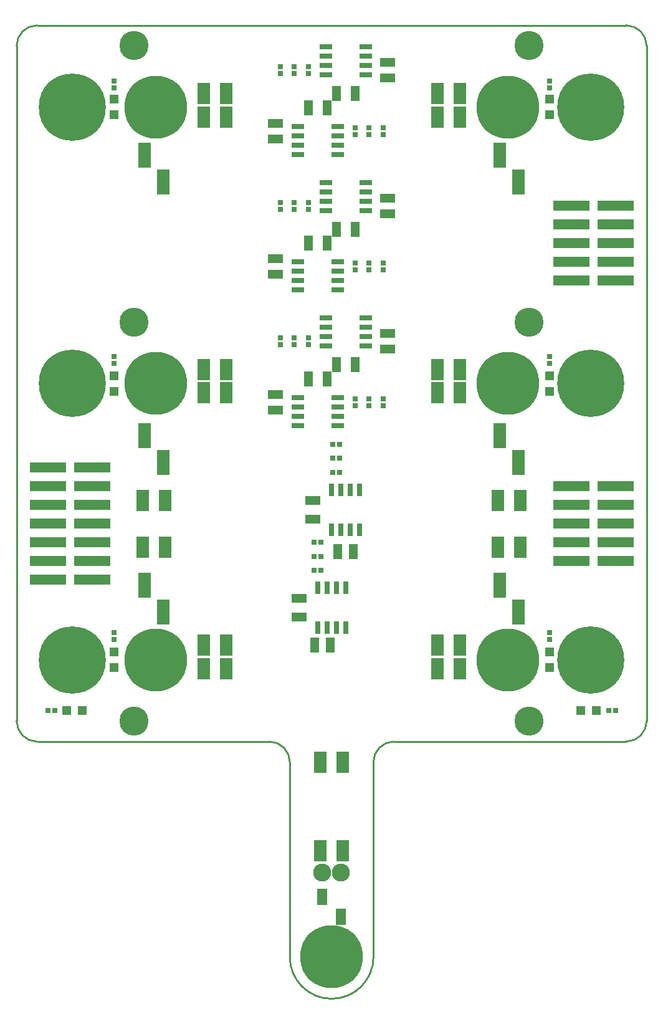
<source format=gts>
G04 #@! TF.FileFunction,Soldermask,Top*
%FSLAX46Y46*%
G04 Gerber Fmt 4.6, Leading zero omitted, Abs format (unit mm)*
G04 Created by KiCad (PCBNEW 0.201508110901+6083~28~ubuntu14.04.1-product) date Wed 12 Aug 2015 09:29:52 AM EDT*
%MOMM*%
G01*
G04 APERTURE LIST*
%ADD10C,0.100000*%
%ADD11C,0.228600*%
%ADD12R,4.895800X1.416000*%
%ADD13R,1.670000X2.940000*%
%ADD14C,9.112200*%
%ADD15C,8.528000*%
%ADD16C,3.956000*%
%ADD17C,2.438400*%
%ADD18R,0.721360X0.721360*%
%ADD19R,1.187400X2.000200*%
%ADD20R,2.000200X1.187400*%
%ADD21R,1.295400X1.295400*%
%ADD22R,0.751840X1.701800*%
%ADD23R,1.701800X0.751840*%
%ADD24R,1.670000X3.371800*%
%ADD25R,1.371600X2.194560*%
G04 APERTURE END LIST*
D10*
D11*
X87914480Y-151958040D02*
G75*
G03X99283520Y-151958040I5684520J0D01*
G01*
X99283520Y-125483620D02*
X99283520Y-151958040D01*
X87917020Y-125483620D02*
X87917020Y-151958040D01*
X102064820Y-122702320D02*
G75*
G03X99283520Y-125483620I0J-2781300D01*
G01*
X87917020Y-125483620D02*
G75*
G03X85135720Y-122702320I-2781300J0D01*
G01*
X102064820Y-122702320D02*
X133619240Y-122702320D01*
X53581300Y-122702320D02*
X85135720Y-122702320D01*
X53581300Y-25400000D02*
G75*
G03X50800000Y-28181300I0J-2781300D01*
G01*
X133619240Y-122702320D02*
G75*
G03X136400540Y-119921020I0J2781300D01*
G01*
X136400540Y-28181300D02*
X136400540Y-119921020D01*
X50800000Y-119921020D02*
G75*
G03X53581300Y-122702320I2781300J0D01*
G01*
X50800000Y-28181300D02*
X50800000Y-119921020D01*
X136400540Y-28181300D02*
G75*
G03X133619240Y-25400000I-2781300J0D01*
G01*
X53581300Y-25400000D02*
X133619240Y-25400000D01*
D12*
X132156200Y-98181200D03*
X126161800Y-98181200D03*
X132156200Y-95641200D03*
X126161800Y-95641200D03*
X132156200Y-93101200D03*
X126161800Y-93101200D03*
X132156200Y-90561200D03*
X126161800Y-90561200D03*
X132156200Y-88021200D03*
X126161800Y-88021200D03*
D13*
X95123000Y-137551000D03*
X92075000Y-137551000D03*
X110998000Y-34681200D03*
X107950000Y-34681200D03*
X110998000Y-72146200D03*
X107950000Y-72146200D03*
X110998000Y-109611000D03*
X107950000Y-109611000D03*
X79248000Y-34681200D03*
X76200000Y-34681200D03*
X79248000Y-72146200D03*
X76200000Y-72146200D03*
X79248000Y-109611000D03*
X76200000Y-109611000D03*
D14*
X128816000Y-111613000D03*
X128816000Y-74051200D03*
X128816000Y-36489600D03*
X58384400Y-111613000D03*
X58384400Y-74051200D03*
X58384400Y-36489600D03*
D15*
X69667100Y-36489600D03*
X117533000Y-36489600D03*
X69667100Y-74051200D03*
X117533000Y-74051200D03*
X69667100Y-111613000D03*
X117533000Y-111613000D03*
X93599000Y-151958000D03*
D16*
X120434000Y-119921000D03*
X66763900Y-119921000D03*
X120434000Y-65742800D03*
X66763900Y-65742800D03*
X120434000Y-28181300D03*
X66763900Y-28181300D03*
D17*
X94869000Y-140503000D03*
X92329000Y-140503000D03*
D18*
X92143580Y-97546200D03*
X91244420Y-97546200D03*
X88519000Y-31056620D03*
X88519000Y-31955780D03*
X88519000Y-49471620D03*
X88519000Y-50370780D03*
X88519000Y-67886620D03*
X88519000Y-68785780D03*
X98679000Y-40210780D03*
X98679000Y-39311620D03*
X98679000Y-58625780D03*
X98679000Y-57726620D03*
X98679000Y-77040780D03*
X98679000Y-76141620D03*
X94683580Y-84211200D03*
X93784420Y-84211200D03*
D19*
X93370400Y-109611000D03*
X91287600Y-109611000D03*
D20*
X101219000Y-30464800D03*
X101219000Y-32547600D03*
X101219000Y-48879800D03*
X101219000Y-50962600D03*
X101219000Y-67294800D03*
X101219000Y-69377600D03*
X85979000Y-40802600D03*
X85979000Y-38719800D03*
X85979000Y-59217600D03*
X85979000Y-57134800D03*
X85979000Y-77632600D03*
X85979000Y-75549800D03*
D19*
X96545400Y-96911200D03*
X94462600Y-96911200D03*
D18*
X132148580Y-118501000D03*
X131249420Y-118501000D03*
X123175000Y-32961620D03*
X123175000Y-33860780D03*
X123175000Y-70426620D03*
X123175000Y-71325780D03*
X123175000Y-107891420D03*
X123175000Y-108790580D03*
X64025800Y-32961620D03*
X64025800Y-33860780D03*
X64025800Y-70426620D03*
X64025800Y-71325780D03*
X64025800Y-107891420D03*
X64025800Y-108790580D03*
X55049420Y-118501000D03*
X55948580Y-118501000D03*
X92143580Y-99451200D03*
X91244420Y-99451200D03*
X92143580Y-95641200D03*
X91244420Y-95641200D03*
X90424000Y-31056620D03*
X90424000Y-31955780D03*
X86614000Y-31056620D03*
X86614000Y-31955780D03*
X90424000Y-49471620D03*
X90424000Y-50370780D03*
X86614000Y-49471620D03*
X86614000Y-50370780D03*
X90424000Y-67886620D03*
X90424000Y-68785780D03*
X86614000Y-67886620D03*
X86614000Y-68785780D03*
X96774000Y-40210780D03*
X96774000Y-39311620D03*
X100584000Y-40210780D03*
X100584000Y-39311620D03*
X96774000Y-58625780D03*
X96774000Y-57726620D03*
X100584000Y-58625780D03*
X100584000Y-57726620D03*
X96774000Y-77040780D03*
X96774000Y-76141620D03*
X100584000Y-77040780D03*
X100584000Y-76141620D03*
X94683580Y-86116200D03*
X93784420Y-86116200D03*
X94683580Y-82306200D03*
X93784420Y-82306200D03*
D12*
X61036200Y-85481200D03*
X55041800Y-85481200D03*
X61036200Y-100721200D03*
X55041800Y-100721200D03*
X55041800Y-88021200D03*
X61036200Y-88021200D03*
X55041800Y-90561200D03*
X61036200Y-90561200D03*
X55041800Y-93101200D03*
X61036200Y-93101200D03*
X55041800Y-95641200D03*
X61036200Y-95641200D03*
X55041800Y-98181200D03*
X61036200Y-98181200D03*
D21*
X57619900Y-118501000D03*
X59728100Y-118501000D03*
X64025800Y-110558900D03*
X64025800Y-112667100D03*
X64025800Y-72997100D03*
X64025800Y-75105300D03*
X64025800Y-35435500D03*
X64025800Y-37543700D03*
X123175000Y-110558900D03*
X123175000Y-112667100D03*
X123175000Y-72997100D03*
X123175000Y-75105300D03*
X123175000Y-35435500D03*
X123175000Y-37543700D03*
X129578100Y-118501000D03*
X127469900Y-118501000D03*
D22*
X95504000Y-101838600D03*
X94234000Y-101838600D03*
X92964000Y-101838600D03*
X91694000Y-101838600D03*
X91694000Y-107223400D03*
X92964000Y-107223400D03*
X94234000Y-107223400D03*
X95504000Y-107223400D03*
D23*
X92811600Y-28331200D03*
X92811600Y-29601200D03*
X92811600Y-30871200D03*
X92811600Y-32141200D03*
X98196400Y-32141200D03*
X98196400Y-30871200D03*
X98196400Y-29601200D03*
X98196400Y-28331200D03*
X92811600Y-46746200D03*
X92811600Y-48016200D03*
X92811600Y-49286200D03*
X92811600Y-50556200D03*
X98196400Y-50556200D03*
X98196400Y-49286200D03*
X98196400Y-48016200D03*
X98196400Y-46746200D03*
X92811600Y-65161200D03*
X92811600Y-66431200D03*
X92811600Y-67701200D03*
X92811600Y-68971200D03*
X98196400Y-68971200D03*
X98196400Y-67701200D03*
X98196400Y-66431200D03*
X98196400Y-65161200D03*
X94386400Y-42936200D03*
X94386400Y-41666200D03*
X94386400Y-40396200D03*
X94386400Y-39126200D03*
X89001600Y-39126200D03*
X89001600Y-40396200D03*
X89001600Y-41666200D03*
X89001600Y-42936200D03*
X94386400Y-61351200D03*
X94386400Y-60081200D03*
X94386400Y-58811200D03*
X94386400Y-57541200D03*
X89001600Y-57541200D03*
X89001600Y-58811200D03*
X89001600Y-60081200D03*
X89001600Y-61351200D03*
X94386400Y-79766200D03*
X94386400Y-78496200D03*
X94386400Y-77226200D03*
X94386400Y-75956200D03*
X89001600Y-75956200D03*
X89001600Y-77226200D03*
X89001600Y-78496200D03*
X89001600Y-79766200D03*
D22*
X97409000Y-88503800D03*
X96139000Y-88503800D03*
X94869000Y-88503800D03*
X93599000Y-88503800D03*
X93599000Y-93888600D03*
X94869000Y-93888600D03*
X96139000Y-93888600D03*
X97409000Y-93888600D03*
D24*
X118999000Y-46644600D03*
X116459000Y-43037800D03*
X118999000Y-84744600D03*
X116459000Y-81137800D03*
X118999000Y-105064400D03*
X116459000Y-101457600D03*
X70739000Y-46644600D03*
X68199000Y-43037800D03*
X70739000Y-84744600D03*
X68199000Y-81137800D03*
X70739000Y-105064400D03*
X68199000Y-101457600D03*
D25*
X92329000Y-143804480D03*
X94869000Y-146537520D03*
D13*
X95123000Y-125486000D03*
X92075000Y-125486000D03*
X107950000Y-37856200D03*
X110998000Y-37856200D03*
X107950000Y-75321200D03*
X110998000Y-75321200D03*
X107950000Y-112786000D03*
X110998000Y-112786000D03*
X76200000Y-37856200D03*
X79248000Y-37856200D03*
X76200000Y-75321200D03*
X79248000Y-75321200D03*
X76200000Y-112786000D03*
X79248000Y-112786000D03*
X67945000Y-89926200D03*
X70993000Y-89926200D03*
X119253000Y-96276200D03*
X116205000Y-96276200D03*
D12*
X132156200Y-60081200D03*
X126161800Y-60081200D03*
X132156200Y-57541200D03*
X126161800Y-57541200D03*
X132156200Y-55001200D03*
X126161800Y-55001200D03*
X132156200Y-52461200D03*
X126161800Y-52461200D03*
X132156200Y-49921200D03*
X126161800Y-49921200D03*
D20*
X89154000Y-105801000D03*
X89154000Y-103261000D03*
D19*
X96774000Y-34681200D03*
X94234000Y-34681200D03*
X96774000Y-53096200D03*
X94234000Y-53096200D03*
X96774000Y-71511200D03*
X94234000Y-71511200D03*
X90424000Y-36586200D03*
X92964000Y-36586200D03*
X90424000Y-55001200D03*
X92964000Y-55001200D03*
X90424000Y-73416200D03*
X92964000Y-73416200D03*
D20*
X91059000Y-92466200D03*
X91059000Y-89926200D03*
D13*
X67945000Y-96276200D03*
X70993000Y-96276200D03*
X119253000Y-89926200D03*
X116205000Y-89926200D03*
M02*

</source>
